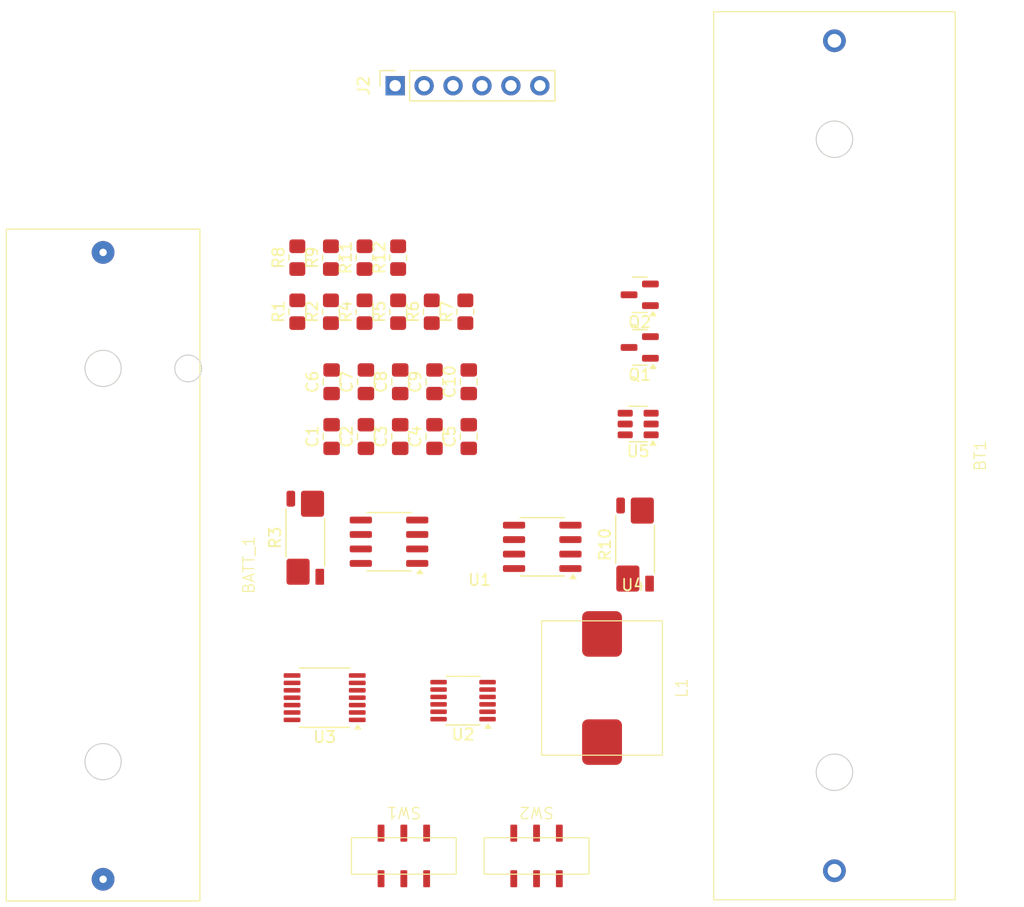
<source format=kicad_pcb>
(kicad_pcb (version 20241229) (generator "pcbnew") (generator_version "9.0")
  (layers (0 "F.Cu" signal) (2 "B.Cu" signal) (13 "F.Paste" user) (15 "B.Paste" user) (5 "F.SilkS" user "F.Silkscreen") (7 "B.SilkS" user "B.Silkscreen") (1 "F.Mask" user) (3 "B.Mask" user) (25 "Edge.Cuts" user))
  (net 0 "")
  (net 1 "+ALK")
  (net 2 "GND")
  (net 3 "LITH")
  (net 4 "Net-(BT1--)")
  (net 5 "V5+")
  (net 6 "Net-(C2-Pad1)")
  (net 7 "Net-(C2-Pad2)")
  (net 8 "Net-(SW1-B)")
  (net 9 "Net-(U2-AUX)")
  (net 10 "Net-(U2-LDO)")
  (net 11 "Net-(C9-Pad1)")
  (net 12 "Net-(C9-Pad2)")
  (net 13 "Net-(U5-VCC)")
  (net 14 "SDA")
  (net 15 "SHDN")
  (net 16 "SCL")
  (net 17 "Net-(U2-SWITCH)")
  (net 18 "Net-(Q1-D)")
  (net 19 "Net-(Q1-G)")
  (net 20 "Net-(Q2-G)")
  (net 21 "Net-(U1-IN+)")
  (net 22 "Net-(U1-IN-)")
  (net 23 "Net-(SW1-A)")
  (net 24 "Net-(U2-FB)")
  (net 25 "Net-(U4-IN+)")
  (net 26 "Net-(U4-IN-)")
  (net 27 "Net-(SW2-B)")
  (net 28 "Net-(U5-CS)")
  (net 29 "MPPC")
  (footprint "Capacitor_SMD:C_0805_2012Metric_Pad1.18x1.45mm_HandSolder" (layer "F.Cu") (at 555.51 411.5025 90)
    (property "Reference" "C6" (at 0 -1.68 90) (layer "F.SilkS"))
    (property "Value" "0.1u")
    (fp_line (start -0.261252 -0.735) (end 0.261252 -0.735) (stroke (width 0.12)) (layer "F.SilkS"))
    (fp_line (start -0.261252 0.735) (end 0.261252 0.735) (stroke (width 0.12)) (layer "F.SilkS"))
    (pad "1" smd roundrect (at -1.0375 0 90) (size 1.175 1.45) (layers "F.Cu" "F.Mask" "F.Paste") (roundrect_rratio 0.212766) (net 5 "V5+"))
    (pad "2" smd roundrect (at 1.0375 0 90) (size 1.175 1.45) (layers "F.Cu" "F.Mask" "F.Paste") (roundrect_rratio 0.212766) (net 2 "GND"))
  )
  (footprint "Resistor_SMD:R_0805_2012Metric_Pad1.20x1.40mm_HandSolder" (layer "F.Cu") (at 552.5 400.6 90)
    (property "Reference" "R8" (at 0 -1.65 90) (layer "F.SilkS"))
    (property "Value" "10")
    (fp_line (start -0.227064 -0.735) (end 0.227064 -0.735) (stroke (width 0.12)) (layer "F.SilkS"))
    (fp_line (start -0.227064 0.735) (end 0.227064 0.735) (stroke (width 0.12)) (layer "F.SilkS"))
    (pad "1" smd roundrect (at -1 0 90) (size 1.2 1.4) (layers "F.Cu" "F.Mask" "F.Paste") (roundrect_rratio 0.208333) (net 25 "Net-(U4-IN+)"))
    (pad "2" smd roundrect (at 1 0 90) (size 1.2 1.4) (layers "F.Cu" "F.Mask" "F.Paste") (roundrect_rratio 0.208333) (net 11 "Net-(C9-Pad1)"))
  )
  (footprint "Package_TO_SOT_SMD:SOT-23-6" (layer "F.Cu") (at 582.42 415.2125 180)
    (property "Reference" "U5" (at 0 -2.4 0) (layer "F.SilkS"))
    (property "Value" "DW01A")
    (fp_line (start 0 1.56) (end 0.8 1.56) (stroke (width 0.12)) (layer "F.SilkS"))
    (fp_line (start 0 1.56) (end -0.8 1.56) (stroke (width 0.12)) (layer "F.SilkS"))
    (fp_line (start 0 -1.56) (end 0.8 -1.56) (stroke (width 0.12)) (layer "F.SilkS"))
    (fp_line (start 0 -1.56) (end -0.8 -1.56) (stroke (width 0.12)) (layer "F.SilkS"))
    (fp_poly (pts (xy -1.3 -1.51) (xy -1.54 -1.84) (xy -1.06 -1.84) (xy -1.3 -1.51)) (stroke (width 0.12)) (fill yes) (layer "F.SilkS"))
    (pad "1" smd roundrect (at -1.1375 -0.95 180) (size 1.325 0.6) (layers "F.Cu" "F.Mask" "F.Paste") (net 20 "Net-(Q2-G)"))
    (pad "2" smd roundrect (at -1.1375 0 180) (size 1.325 0.6) (layers "F.Cu" "F.Mask" "F.Paste") (net 28 "Net-(U5-CS)"))
    (pad "3" smd roundrect (at -1.1375 0.95 180) (size 1.325 0.6) (layers "F.Cu" "F.Mask" "F.Paste") (net 19 "Net-(Q1-G)"))
    (pad "4" smd roundrect (at 1.1375 0.95 180) (size 1.325 0.6) (layers "F.Cu" "F.Mask" "F.Paste"))
    (pad "5" smd roundrect (at 1.1375 0 180) (size 1.325 0.6) (layers "F.Cu" "F.Mask" "F.Paste") (net 13 "Net-(U5-VCC)"))
    (pad "6" smd roundrect (at 1.1375 -0.95 180) (size 1.325 0.6) (layers "F.Cu" "F.Mask" "F.Paste") (net 4 "Net-(BT1--)"))
  )
  (footprint "Resistor_SMD:R_0805_2012Metric_Pad1.20x1.40mm_HandSolder" (layer "F.Cu") (at 564.3 405.35 90)
    (property "Reference" "R6" (at 0 -1.65 90) (layer "F.SilkS"))
    (property "Value" "910k")
    (fp_line (start -0.227064 -0.735) (end 0.227064 -0.735) (stroke (width 0.12)) (layer "F.SilkS"))
    (fp_line (start -0.227064 0.735) (end 0.227064 0.735) (stroke (width 0.12)) (layer "F.SilkS"))
    (pad "1" smd roundrect (at -1 0 90) (size 1.2 1.4) (layers "F.Cu" "F.Mask" "F.Paste") (roundrect_rratio 0.208333) (net 5 "V5+"))
    (pad "2" smd roundrect (at 1 0 90) (size 1.2 1.4) (layers "F.Cu" "F.Mask" "F.Paste") (roundrect_rratio 0.208333) (net 24 "Net-(U2-FB)"))
  )
  (footprint "Resistor_SMD:R_Shunt_Vishay_WSK2512_6332Metric_T1.19mm" (layer "F.Cu") (at 553.2 425.2 90)
    (property "Reference" "R3" (at 0 -2.65 90) (layer "F.SilkS"))
    (property "Value" "0.1R")
    (fp_line (start -1.67 -1.7) (end 2.53 -1.7) (stroke (width 0.12)) (layer "F.SilkS"))
    (fp_line (start -2.5 1.7) (end 1.67 1.7) (stroke (width 0.12)) (layer "F.SilkS"))
    (pad "1" smd roundrect (at -2.985 -0.635 90) (size 2.29 2.03) (layers "F.Cu" "F.Mask" "F.Paste") (roundrect_rratio 0.12) (net 1 "+ALK"))
    (pad "2" smd roundrect (at -3.43 1.27 90) (size 1.4 0.76) (layers "F.Cu" "F.Mask" "F.Paste") (roundrect_rratio 0.12) (net 6 "Net-(C2-Pad1)"))
    (pad "3" smd roundrect (at 3.43 -1.27 90) (size 1.4 0.76) (layers "F.Cu" "F.Mask" "F.Paste") (net 7 "Net-(C2-Pad2)"))
    (pad "4" smd roundrect (at 2.985 0.635 90) (size 2.29 2.03) (layers "F.Cu" "F.Mask" "F.Paste") (roundrect_rratio 0.12) (net 23 "Net-(SW1-A)"))
  )
  (footprint "Resistor_SMD:R_Shunt_Vishay_WSK2512_6332Metric_T1.19mm" (layer "F.Cu") (at 582.15 425.8 90)
    (property "Reference" "R10" (at 0 -2.65 90) (layer "F.SilkS"))
    (property "Value" "0.1R")
    (fp_line (start -1.67 -1.7) (end 2.53 -1.7) (stroke (width 0.12)) (layer "F.SilkS"))
    (fp_line (start -2.5 1.7) (end 1.67 1.7) (stroke (width 0.12)) (layer "F.SilkS"))
    (pad "1" smd roundrect (at -2.985 -0.635 90) (size 2.29 2.03) (layers "F.Cu" "F.Mask" "F.Paste") (roundrect_rratio 0.12) (net 27 "Net-(SW2-B)"))
    (pad "2" smd roundrect (at -3.43 1.27 90) (size 1.4 0.76) (layers "F.Cu" "F.Mask" "F.Paste") (roundrect_rratio 0.12) (net 11 "Net-(C9-Pad1)"))
    (pad "3" smd roundrect (at 3.43 -1.27 90) (size 1.4 0.76) (layers "F.Cu" "F.Mask" "F.Paste") (net 12 "Net-(C9-Pad2)"))
    (pad "4" smd roundrect (at 2.985 0.635 90) (size 2.29 2.03) (layers "F.Cu" "F.Mask" "F.Paste") (roundrect_rratio 0.12) (net 3 "LITH"))
  )
  (footprint "Connector_PinSocket_2.54mm:PinSocket_1x06_P2.54mm_Vertical" (layer "F.Cu") (at 561.09 385.5 90)
    (property "Reference" "J2" (at 0 -2.77 90) (layer "F.SilkS"))
    (property "Value" "Conn_01x06_Socket")
    (fp_line (start 1.33 -1.33) (end 1.33 0) (stroke (width 0.12)) (layer "F.SilkS"))
    (fp_line (start 0 -1.33) (end 1.33 -1.33) (stroke (width 0.12)) (layer "F.SilkS"))
    (fp_line (start 1.33 1.27) (end 1.33 14.03) (stroke (width 0.12)) (layer "F.SilkS"))
    (fp_line (start -1.33 1.27) (end 1.33 1.27) (stroke (width 0.12)) (layer "F.SilkS"))
    (fp_line (start -1.33 1.27) (end -1.33 14.03) (stroke (width 0.12)) (layer "F.SilkS"))
    (fp_line (start -1.33 14.03) (end 1.33 14.03) (stroke (width 0.12)) (layer "F.SilkS"))
    (pad "1" thru_hole rect (at 0 0 90) (size 1.7 1.7) (drill 1) (layers "*.Cu" "*.Mask") (net 5 "V5+"))
    (pad "2" thru_hole oval (at 0 2.54 90) (size 1.7 1.7) (drill 1) (layers "*.Cu" "*.Mask") (net 2 "GND"))
    (pad "3" thru_hole oval (at 0 5.08 90) (size 1.7 1.7) (drill 1) (layers "*.Cu" "*.Mask") (net 14 "SDA"))
    (pad "4" thru_hole oval (at 0 7.62 90) (size 1.7 1.7) (drill 1) (layers "*.Cu" "*.Mask") (net 16 "SCL"))
    (pad "5" thru_hole oval (at 0 10.16 90) (size 1.7 1.7) (drill 1) (layers "*.Cu" "*.Mask") (net 15 "SHDN"))
    (pad "6" thru_hole oval (at 0 12.7 90) (size 1.7 1.7) (drill 1) (layers "*.Cu" "*.Mask") (net 3 "LITH"))
  )
  (footprint "Resistor_SMD:R_0805_2012Metric_Pad1.20x1.40mm_HandSolder" (layer "F.Cu") (at 561.35 400.6 90)
    (property "Reference" "R12" (at 0 -1.65 90) (layer "F.SilkS"))
    (property "Value" "1k")
    (fp_line (start -0.227064 -0.735) (end 0.227064 -0.735) (stroke (width 0.12)) (layer "F.SilkS"))
    (fp_line (start -0.227064 0.735) (end 0.227064 0.735) (stroke (width 0.12)) (layer "F.SilkS"))
    (pad "1" smd roundrect (at -1 0 90) (size 1.2 1.4) (layers "F.Cu" "F.Mask" "F.Paste") (roundrect_rratio 0.208333) (net 2 "GND"))
    (pad "2" smd roundrect (at 1 0 90) (size 1.2 1.4) (layers "F.Cu" "F.Mask" "F.Paste") (roundrect_rratio 0.208333) (net 28 "Net-(U5-CS)"))
  )
  (footprint "Package_TO_SOT_SMD:SOT-23" (layer "F.Cu") (at 582.5575 408.4875 180)
    (property "Reference" "Q1" (at 0 -2.4 0) (layer "F.SilkS"))
    (property "Value" "AO3400A")
    (fp_line (start 0 1.56) (end 0.65 1.56) (stroke (width 0.12)) (layer "F.SilkS"))
    (fp_line (start 0 1.56) (end -0.65 1.56) (stroke (width 0.12)) (layer "F.SilkS"))
    (fp_line (start 0 -1.56) (end 0.65 -1.56) (stroke (width 0.12)) (layer "F.SilkS"))
    (fp_line (start 0 -1.56) (end -0.65 -1.56) (stroke (width 0.12)) (layer "F.SilkS"))
    (fp_poly (pts (xy -1.1625 -1.51) (xy -1.4025 -1.84) (xy -0.9225 -1.84) (xy -1.1625 -1.51)) (stroke (width 0.12)) (fill yes) (layer "F.SilkS"))
    (pad "1" smd roundrect (at -0.9375 -0.95 180) (size 1.475 0.6) (layers "F.Cu" "F.Mask" "F.Paste") (net 19 "Net-(Q1-G)"))
    (pad "2" smd roundrect (at -0.9375 0.95 180) (size 1.475 0.6) (layers "F.Cu" "F.Mask" "F.Paste") (net 2 "GND"))
    (pad "3" smd roundrect (at 0.9375 0 180) (size 1.475 0.6) (layers "F.Cu" "F.Mask" "F.Paste") (net 18 "Net-(Q1-D)"))
  )
  (footprint "Capacitor_SMD:C_0805_2012Metric_Pad1.18x1.45mm_HandSolder" (layer "F.Cu") (at 555.51 416.3125 90)
    (property "Reference" "C1" (at 0 -1.68 90) (layer "F.SilkS"))
    (property "Value" "0.1u")
    (fp_line (start -0.261252 -0.735) (end 0.261252 -0.735) (stroke (width 0.12)) (layer "F.SilkS"))
    (fp_line (start -0.261252 0.735) (end 0.261252 0.735) (stroke (width 0.12)) (layer "F.SilkS"))
    (pad "1" smd roundrect (at -1.0375 0 90) (size 1.175 1.45) (layers "F.Cu" "F.Mask" "F.Paste") (roundrect_rratio 0.212766) (net 5 "V5+"))
    (pad "2" smd roundrect (at 1.0375 0 90) (size 1.175 1.45) (layers "F.Cu" "F.Mask" "F.Paste") (roundrect_rratio 0.212766) (net 2 "GND"))
  )
  (footprint "Resistor_SMD:R_0805_2012Metric_Pad1.20x1.40mm_HandSolder" (layer "F.Cu") (at 558.4 400.6 90)
    (property "Reference" "R11" (at 0 -1.65 90) (layer "F.SilkS"))
    (property "Value" "100")
    (fp_line (start -0.227064 -0.735) (end 0.227064 -0.735) (stroke (width 0.12)) (layer "F.SilkS"))
    (fp_line (start -0.227064 0.735) (end 0.227064 0.735) (stroke (width 0.12)) (layer "F.SilkS"))
    (pad "1" smd roundrect (at -1 0 90) (size 1.2 1.4) (layers "F.Cu" "F.Mask" "F.Paste") (roundrect_rratio 0.208333) (net 13 "Net-(U5-VCC)"))
    (pad "2" smd roundrect (at 1 0 90) (size 1.2 1.4) (layers "F.Cu" "F.Mask" "F.Paste") (roundrect_rratio 0.208333) (net 3 "LITH"))
  )
  (footprint "Capacitor_SMD:C_0805_2012Metric_Pad1.18x1.45mm_HandSolder" (layer "F.Cu") (at 558.52 411.5025 90)
    (property "Reference" "C7" (at 0 -1.68 90) (layer "F.SilkS"))
    (property "Value" "4.7u")
    (fp_line (start -0.261252 -0.735) (end 0.261252 -0.735) (stroke (width 0.12)) (layer "F.SilkS"))
    (fp_line (start -0.261252 0.735) (end 0.261252 0.735) (stroke (width 0.12)) (layer "F.SilkS"))
    (pad "1" smd roundrect (at -1.0375 0 90) (size 1.175 1.45) (layers "F.Cu" "F.Mask" "F.Paste") (roundrect_rratio 0.212766) (net 10 "Net-(U2-LDO)"))
    (pad "2" smd roundrect (at 1.0375 0 90) (size 1.175 1.45) (layers "F.Cu" "F.Mask" "F.Paste") (roundrect_rratio 0.212766) (net 2 "GND"))
  )
  (footprint "Package_TO_SOT_SMD:SOT-23" (layer "F.Cu") (at 582.5575 403.8625 180)
    (property "Reference" "Q2" (at 0 -2.4 0) (layer "F.SilkS"))
    (property "Value" "AO3400A")
    (fp_line (start 0 1.56) (end 0.65 1.56) (stroke (width 0.12)) (layer "F.SilkS"))
    (fp_line (start 0 1.56) (end -0.65 1.56) (stroke (width 0.12)) (layer "F.SilkS"))
    (fp_line (start 0 -1.56) (end 0.65 -1.56) (stroke (width 0.12)) (layer "F.SilkS"))
    (fp_line (start 0 -1.56) (end -0.65 -1.56) (stroke (width 0.12)) (layer "F.SilkS"))
    (fp_poly (pts (xy -1.1625 -1.51) (xy -1.4025 -1.84) (xy -0.9225 -1.84) (xy -1.1625 -1.51)) (stroke (width 0.12)) (fill yes) (layer "F.SilkS"))
    (pad "1" smd roundrect (at -0.9375 -0.95 180) (size 1.475 0.6) (layers "F.Cu" "F.Mask" "F.Paste") (net 20 "Net-(Q2-G)"))
    (pad "2" smd roundrect (at -0.9375 0.95 180) (size 1.475 0.6) (layers "F.Cu" "F.Mask" "F.Paste") (net 4 "Net-(BT1--)"))
    (pad "3" smd roundrect (at 0.9375 0 180) (size 1.475 0.6) (layers "F.Cu" "F.Mask" "F.Paste") (net 18 "Net-(Q1-D)"))
  )
  (footprint "Resistor_SMD:R_0805_2012Metric_Pad1.20x1.40mm_HandSolder" (layer "F.Cu") (at 555.45 400.6 90)
    (property "Reference" "R9" (at 0 -1.65 90) (layer "F.SilkS"))
    (property "Value" "10")
    (fp_line (start -0.227064 -0.735) (end 0.227064 -0.735) (stroke (width 0.12)) (layer "F.SilkS"))
    (fp_line (start -0.227064 0.735) (end 0.227064 0.735) (stroke (width 0.12)) (layer "F.SilkS"))
    (pad "1" smd roundrect (at -1 0 90) (size 1.2 1.4) (layers "F.Cu" "F.Mask" "F.Paste") (roundrect_rratio 0.208333) (net 26 "Net-(U4-IN-)"))
    (pad "2" smd roundrect (at 1 0 90) (size 1.2 1.4) (layers "F.Cu" "F.Mask" "F.Paste") (roundrect_rratio 0.208333) (net 12 "Net-(C9-Pad2)"))
  )
  (footprint "Package_SO:SOIC-8_3.9x4.9mm_P1.27mm" (layer "F.Cu") (at 574 426 180)
    (property "Reference" "U4" (at -7.95 -3.35 0) (layer "F.SilkS"))
    (property "Value" "INA219AxD")
    (fp_line (start 0 2.56) (end 1.95 2.56) (stroke (width 0.12)) (layer "F.SilkS"))
    (fp_line (start 0 2.56) (end -1.95 2.56) (stroke (width 0.12)) (layer "F.SilkS"))
    (fp_line (start 0 -2.56) (end 1.95 -2.56) (stroke (width 0.12)) (layer "F.SilkS"))
    (fp_line (start 0 -2.56) (end -1.95 -2.56) (stroke (width 0.12)) (layer "F.SilkS"))
    (fp_poly (pts (xy -2.7 -2.465) (xy -2.94 -2.795) (xy -2.46 -2.795) (xy -2.7 -2.465)) (stroke (width 0.12)) (fill yes) (layer "F.SilkS"))
    (pad "1" smd roundrect (at -2.475 -1.905 180) (size 1.95 0.6) (layers "F.Cu" "F.Mask" "F.Paste") (net 2 "GND"))
    (pad "2" smd roundrect (at -2.475 -0.635 180) (size 1.95 0.6) (layers "F.Cu" "F.Mask" "F.Paste") (net 5 "V5+"))
    (pad "3" smd roundrect (at -2.475 0.635 180) (size 1.95 0.6) (layers "F.Cu" "F.Mask" "F.Paste") (net 14 "SDA"))
    (pad "4" smd roundrect (at -2.475 1.905 180) (size 1.95 0.6) (layers "F.Cu" "F.Mask" "F.Paste") (net 16 "SCL"))
    (pad "5" smd roundrect (at 2.475 1.905 180) (size 1.95 0.6) (layers "F.Cu" "F.Mask" "F.Paste") (net 5 "V5+"))
    (pad "6" smd roundrect (at 2.475 0.635 180) (size 1.95 0.6) (layers "F.Cu" "F.Mask" "F.Paste") (net 2 "GND"))
    (pad "7" smd roundrect (at 2.475 -0.635 180) (size 1.95 0.6) (layers "F.Cu" "F.Mask" "F.Paste") (net 26 "Net-(U4-IN-)"))
    (pad "8" smd roundrect (at 2.475 -1.905 180) (size 1.95 0.6) (layers "F.Cu" "F.Mask" "F.Paste") (net 25 "Net-(U4-IN+)"))
  )
  (footprint "Joule Thief-Library:18650_Cell_Clip" (layer "F.Cu") (at 599.65 418 90)
    (property "Reference" "BT1" (at 0 12.8 90) (layer "F.SilkS") (effects (font (thickness 0.1))))
    (property "Value" "Battery_Cell")
    (fp_rect (start -39 -10.6) (end 39 10.6) (stroke (width 0.1)) (fill no) (layer "F.SilkS"))
    (fp_circle (center 27.8 0) (end 29.4 0) (stroke (width 0.1)) (fill no) (layer "Edge.Cuts"))
    (fp_circle (center -27.8 0) (end -26.2 0) (stroke (width 0.1)) (fill no) (layer "Edge.Cuts"))
    (pad "1" thru_hole circle (at 36.45 0 90) (size 2 2) (drill 1.2) (layers "*.Cu" "*.Mask") (net 3 "LITH"))
    (pad "2" thru_hole circle (at -36.45 0 90) (size 2 2) (drill 1.2) (layers "*.Cu" "*.Mask") (net 4 "Net-(BT1--)"))
  )
  (footprint "Resistor_SMD:R_0805_2012Metric_Pad1.20x1.40mm_HandSolder" (layer "F.Cu") (at 561.35 405.35 90)
    (property "Reference" "R5" (at 0 -1.65 90) (layer "F.SilkS"))
    (property "Value" "4.7k")
    (fp_line (start -0.227064 -0.735) (end 0.227064 -0.735) (stroke (width 0.12)) (layer "F.SilkS"))
    (fp_line (start -0.227064 0.735) (end 0.227064 0.735) (stroke (width 0.12)) (layer "F.SilkS"))
    (pad "1" smd roundrect (at -1 0 90) (size 1.2 1.4) (layers "F.Cu" "F.Mask" "F.Paste") (roundrect_rratio 0.208333) (net 5 "V5+"))
    (pad "2" smd roundrect (at 1 0 90) (size 1.2 1.4) (layers "F.Cu" "F.Mask" "F.Paste") (roundrect_rratio 0.208333) (net 14 "SDA"))
  )
  (footprint "Resistor_SMD:R_0805_2012Metric_Pad1.20x1.40mm_HandSolder" (layer "F.Cu") (at 552.5 405.35 90)
    (property "Reference" "R1" (at 0 -1.65 90) (layer "F.SilkS"))
    (property "Value" "10")
    (fp_line (start -0.227064 -0.735) (end 0.227064 -0.735) (stroke (width 0.12)) (layer "F.SilkS"))
    (fp_line (start -0.227064 0.735) (end 0.227064 0.735) (stroke (width 0.12)) (layer "F.SilkS"))
    (pad "1" smd roundrect (at -1 0 90) (size 1.2 1.4) (layers "F.Cu" "F.Mask" "F.Paste") (roundrect_rratio 0.208333) (net 21 "Net-(U1-IN+)"))
    (pad "2" smd roundrect (at 1 0 90) (size 1.2 1.4) (layers "F.Cu" "F.Mask" "F.Paste") (roundrect_rratio 0.208333) (net 6 "Net-(C2-Pad1)"))
  )
  (footprint "Package_SO:MSOP-12_3x4.039mm_P0.65mm" (layer "F.Cu") (at 567.05 439.51 180)
    (property "Reference" "U2" (at 0 -2.97 0) (layer "F.SilkS"))
    (property "Value" "LTC3105xMS")
    (fp_line (start 0 2.1295) (end 1.5 2.1295) (stroke (width 0.12)) (layer "F.SilkS"))
    (fp_line (start 0 2.1295) (end -1.5 2.1295) (stroke (width 0.12)) (layer "F.SilkS"))
    (fp_line (start 0 -2.1295) (end 1.5 -2.1295) (stroke (width 0.12)) (layer "F.SilkS"))
    (fp_line (start 0 -2.1295) (end -1.5 -2.1295) (stroke (width 0.12)) (layer "F.SilkS"))
    (fp_poly (pts (xy -2.1875 -2.085) (xy -2.4275 -2.415) (xy -1.9475 -2.415) (xy -2.1875 -2.085)) (stroke (width 0.12)) (fill yes) (layer "F.SilkS"))
    (pad "1" smd roundrect (at -2.15 -1.625 180) (size 1.45 0.4) (layers "F.Cu" "F.Mask" "F.Paste") (net 24 "Net-(U2-FB)"))
    (pad "2" smd roundrect (at -2.15 -0.975 180) (size 1.45 0.4) (layers "F.Cu" "F.Mask" "F.Paste") (net 10 "Net-(U2-LDO)"))
    (pad "3" smd roundrect (at -2.15 -0.325 180) (size 1.45 0.4) (layers "F.Cu" "F.Mask" "F.Paste") (net 2 "GND"))
    (pad "4" smd roundrect (at -2.15 0.325 180) (size 1.45 0.4) (layers "F.Cu" "F.Mask" "F.Paste") (net 15 "SHDN"))
    (pad "5" smd roundrect (at -2.15 0.975 180) (size 1.45 0.4) (layers "F.Cu" "F.Mask" "F.Paste") (net 29 "MPPC"))
    (pad "6" smd roundrect (at -2.15 1.625 180) (size 1.45 0.4) (layers "F.Cu" "F.Mask" "F.Paste") (net 2 "GND"))
    (pad "7" smd roundrect (at 2.15 1.625 180) (size 1.45 0.4) (layers "F.Cu" "F.Mask" "F.Paste") (net 2 "GND"))
    (pad "8" smd roundrect (at 2.15 0.975 180) (size 1.45 0.4) (layers "F.Cu" "F.Mask" "F.Paste") (net 8 "Net-(SW1-B)"))
    (pad "9" smd roundrect (at 2.15 0.325 180) (size 1.45 0.4) (layers "F.Cu" "F.Mask" "F.Paste") (net 17 "Net-(U2-SWITCH)"))
    (pad "10" smd roundrect (at 2.15 -0.325 180) (size 1.45 0.4) (layers "F.Cu" "F.Mask" "F.Paste"))
    (pad "11" smd roundrect (at 2.15 -0.975 180) (size 1.45 0.4) (layers "F.Cu" "F.Mask" "F.Paste") (net 5 "V5+"))
    (pad "12" smd roundrect (at 2.15 -1.625 180) (size 1.45 0.4) (layers "F.Cu" "F.Mask" "F.Paste") (net 9 "Net-(U2-AUX)"))
  )
  (footprint "Joule Thief-Library:SMD_DPST_Switch" (layer "F.Cu") (at 573.5 453.15 180)
    (property "Reference" "SW2" (at 0 3.8 180) (layer "F.SilkS") (effects (font (thickness 0.1))))
    (property "Value" "SW_SPST")
    (fp_rect (start -4.6 -1.6) (end 4.6 1.6) (stroke (width 0.1)) (fill no) (layer "F.SilkS"))
    (pad "1" smd roundrect (at -2 2 270) (size 1.5 0.6) (layers "F.Cu" "F.Mask" "F.Paste") (roundrect_rratio 0.15) (net 5 "V5+"))
    (pad "2" smd roundrect (at 0 2 270) (size 1.5 0.6) (layers "F.Cu" "F.Mask" "F.Paste") (roundrect_rratio 0.15) (net 27 "Net-(SW2-B)"))
    (pad "3" smd roundrect (at 2 2 270) (size 1.5 0.6) (layers "F.Cu" "F.Mask" "F.Paste") (roundrect_rratio 0.15))
    (pad "4" smd roundrect (at -2 -2 270) (size 1.5 0.6) (layers "F.Cu" "F.Mask" "F.Paste") (roundrect_rratio 0.15))
    (pad "5" smd roundrect (at 0 -2 270) (size 1.5 0.6) (layers "F.Cu" "F.Mask" "F.Paste") (roundrect_rratio 0.15))
    (pad "6" smd roundrect (at 2 -2 270) (size 1.5 0.6) (layers "F.Cu" "F.Mask" "F.Paste") (roundrect_rratio 0.15))
  )
  (footprint "Package_SO:TSSOP-14_4.4x5mm_P0.65mm" (layer "F.Cu") (at 554.9 439.25 180)
    (property "Reference" "U3" (at 0 -3.45 0) (layer "F.SilkS"))
    (property "Value" "AD5280")
    (fp_line (start 0 2.61) (end 2.2 2.61) (stroke (width 0.12)) (layer "F.SilkS"))
    (fp_line (start 0 2.61) (end -2.2 2.61) (stroke (width 0.12)) (layer "F.SilkS"))
    (fp_line (start 0 -2.61) (end 2.2 -2.61) (stroke (width 0.12)) (layer "F.SilkS"))
    (fp_line (start 0 -2.61) (end -2.2 -2.61) (stroke (width 0.12)) (layer "F.SilkS"))
    (fp_poly (pts (xy -2.9 -2.41) (xy -3.14 -2.74) (xy -2.66 -2.74) (xy -2.9 -2.41)) (stroke (width 0.12)) (fill yes) (layer "F.SilkS"))
    (pad "1" smd roundrect (at -2.8625 -1.95 180) (size 1.475 0.4) (layers "F.Cu" "F.Mask" "F.Paste") (net 29 "MPPC"))
    (pad "2" smd roundrect (at -2.8625 -1.3 180) (size 1.475 0.4) (layers "F.Cu" "F.Mask" "F.Paste") (net 29 "MPPC"))
    (pad "3" smd roundrect (at -2.8625 -0.65 180) (size 1.475 0.4) (layers "F.Cu" "F.Mask" "F.Paste") (net 2 "GND"))
    (pad "4" smd roundrect (at -2.8625 0 180) (size 1.475 0.4) (layers "F.Cu" "F.Mask" "F.Paste") (net 5 "V5+"))
    (pad "5" smd roundrect (at -2.8625 0.65 180) (size 1.475 0.4) (layers "F.Cu" "F.Mask" "F.Paste"))
    (pad "6" smd roundrect (at -2.8625 1.3 180) (size 1.475 0.4) (layers "F.Cu" "F.Mask" "F.Paste") (net 16 "SCL"))
    (pad "7" smd roundrect (at -2.8625 1.95 180) (size 1.475 0.4) (layers "F.Cu" "F.Mask" "F.Paste") (net 14 "SDA"))
    (pad "8" smd roundrect (at 2.8625 1.95 180) (size 1.475 0.4) (layers "F.Cu" "F.Mask" "F.Paste") (net 2 "GND"))
    (pad "9" smd roundrect (at 2.8625 1.3 180) (size 1.475 0.4) (layers "F.Cu" "F.Mask" "F.Paste") (net 2 "GND"))
    (pad "10" smd roundrect (at 2.8625 0.65 180) (size 1.475 0.4) (layers "F.Cu" "F.Mask" "F.Paste") (net 2 "GND"))
    (pad "11" smd roundrect (at 2.8625 0 180) (size 1.475 0.4) (layers "F.Cu" "F.Mask" "F.Paste") (net 2 "GND"))
    (pad "12" smd roundrect (at 2.8625 -0.65 180) (size 1.475 0.4) (layers "F.Cu" "F.Mask" "F.Paste"))
    (pad "13" smd roundrect (at 2.8625 -1.3 180) (size 1.475 0.4) (layers "F.Cu" "F.Mask" "F.Paste") (net 5 "V5+"))
    (pad "14" smd roundrect (at 2.8625 -1.95 180) (size 1.475 0.4) (layers "F.Cu" "F.Mask" "F.Paste"))
  )
  (footprint "Capacitor_SMD:C_0805_2012Metric_Pad1.18x1.45mm_HandSolder" (layer "F.Cu") (at 564.54 411.5025 90)
    (property "Reference" "C9" (at 0 -1.68 90) (layer "F.SilkS"))
    (property "Value" "0.1u")
    (fp_line (start -0.261252 -0.735) (end 0.261252 -0.735) (stroke (width 0.12)) (layer "F.SilkS"))
    (fp_line (start -0.261252 0.735) (end 0.261252 0.735) (stroke (width 0.12)) (layer "F.SilkS"))
    (pad "1" smd roundrect (at -1.0375 0 90) (size 1.175 1.45) (layers "F.Cu" "F.Mask" "F.Paste") (roundrect_rratio 0.212766) (net 11 "Net-(C9-Pad1)"))
    (pad "2" smd roundrect (at 1.0375 0 90) (size 1.175 1.45) (layers "F.Cu" "F.Mask" "F.Paste") (roundrect_rratio 0.212766) (net 12 "Net-(C9-Pad2)"))
  )
  (footprint "Capacitor_SMD:C_0805_2012Metric_Pad1.18x1.45mm_HandSolder" (layer "F.Cu") (at 564.54 416.3125 90)
    (property "Reference" "C4" (at 0 -1.68 90) (layer "F.SilkS"))
    (property "Value" "10u")
    (fp_line (start -0.261252 -0.735) (end 0.261252 -0.735) (stroke (width 0.12)) (layer "F.SilkS"))
    (fp_line (start -0.261252 0.735) (end 0.261252 0.735) (stroke (width 0.12)) (layer "F.SilkS"))
    (pad "1" smd roundrect (at -1.0375 0 90) (size 1.175 1.45) (layers "F.Cu" "F.Mask" "F.Paste") (roundrect_rratio 0.212766) (net 8 "Net-(SW1-B)"))
    (pad "2" smd roundrect (at 1.0375 0 90) (size 1.175 1.45) (layers "F.Cu" "F.Mask" "F.Paste") (roundrect_rratio 0.212766) (net 2 "GND"))
  )
  (footprint "Resistor_SMD:R_0805_2012Metric_Pad1.20x1.40mm_HandSolder" (layer "F.Cu") (at 558.4 405.35 90)
    (property "Reference" "R4" (at 0 -1.65 90) (layer "F.SilkS"))
    (property "Value" "4.7k")
    (fp_line (start -0.227064 -0.735) (end 0.227064 -0.735) (stroke (width 0.12)) (layer "F.SilkS"))
    (fp_line (start -0.227064 0.735) (end 0.227064 0.735) (stroke (width 0.12)) (layer "F.SilkS"))
    (pad "1" smd roundrect (at -1 0 90) (size 1.2 1.4) (layers "F.Cu" "F.Mask" "F.Paste") (roundrect_rratio 0.208333) (net 5 "V5+"))
    (pad "2" smd roundrect (at 1 0 90) (size 1.2 1.4) (layers "F.Cu" "F.Mask" "F.Paste") (roundrect_rratio 0.208333) (net 16 "SCL"))
  )
  (footprint "Joule Thief-Library:Power_Inductor_101040" (layer "F.Cu") (at 579.25 438.4 90)
    (property "Reference" "L1" (at 0 7 90) (layer "F.SilkS") (effects (font (thickness 0.1))))
    (property "Value" "10u")
    (fp_rect (start -5.9 -5.3) (end 5.9 5.3) (stroke (width 0.1)) (fill no) (layer "F.SilkS"))
    (pad "1" smd roundrect (at -4.75 0 180) (size 3.5 4) (layers "F.Cu" "F.Mask" "F.Paste") (roundrect_rratio 0.15) (net 8 "Net-(SW1-B)"))
    (pad "2" smd roundrect (at 4.75 0 180) (size 3.5 4) (layers "F.Cu" "F.Mask" "F.Paste") (roundrect_rratio 0.15) (net 17 "Net-(U2-SWITCH)"))
  )
  (footprint "Resistor_SMD:R_0805_2012Metric_Pad1.20x1.40mm_HandSolder" (layer "F.Cu") (at 555.45 405.35 90)
    (property "Reference" "R2" (at 0 -1.65 90) (layer "F.SilkS"))
    (property "Value" "10")
    (fp_line (start -0.227064 -0.735) (end 0.227064 -0.735) (stroke (width 0.12)) (layer "F.SilkS"))
    (fp_line (start -0.227064 0.735) (end 0.227064 0.735) (stroke (width 0.12)) (layer "F.SilkS"))
    (pad "1" smd roundrect (at -1 0 90) (size 1.2 1.4) (layers "F.Cu" "F.Mask" "F.Paste") (roundrect_rratio 0.208333) (net 22 "Net-(U1-IN-)"))
    (pad "2" smd roundrect (at 1 0 90) (size 1.2 1.4) (layers "F.Cu" "F.Mask" "F.Paste") (roundrect_rratio 0.208333) (net 7 "Net-(C2-Pad2)"))
  )
  (footprint "Capacitor_SMD:C_0805_2012Metric_Pad1.18x1.45mm_HandSolder" (layer "F.Cu") (at 558.52 416.3125 90)
    (property "Reference" "C2" (at 0 -1.68 90) (layer "F.SilkS"))
    (property "Value" "0.1u")
    (fp_line (start -0.261252 -0.735) (end 0.261252 -0.735) (stroke (width 0.12)) (layer "F.SilkS"))
    (fp_line (start -0.261252 0.735) (end 0.261252 0.735) (stroke (width 0.12)) (layer "F.SilkS"))
    (pad "1" smd roundrect (at -1.0375 0 90) (size 1.175 1.45) (layers "F.Cu" "F.Mask" "F.Paste") (roundrect_rratio 0.212766) (net 6 "Net-(C2-Pad1)"))
    (pad "2" smd roundrect (at 1.0375 0 90) (size 1.175 1.45) (layers "F.Cu" "F.Mask" "F.Paste") (roundrect_rratio 0.212766) (net 7 "Net-(C2-Pad2)"))
  )
  (footprint "Capacitor_SMD:C_0805_2012Metric_Pad1.18x1.45mm_HandSolder" (layer "F.Cu") (at 561.53 416.3125 90)
    (property "Reference" "C3" (at 0 -1.68 90) (layer "F.SilkS"))
    (property "Value" "100u")
    (fp_line (start -0.261252 -0.735) (end 0.261252 -0.735) (stroke (width 0.12)) (layer "F.SilkS"))
    (fp_line (start -0.261252 0.735) (end 0.261252 0.735) (stroke (width 0.12)) (layer "F.SilkS"))
    (pad "1" smd roundrect (at -1.0375 0 90) (size 1.175 1.45) (layers "F.Cu" "F.Mask" "F.Paste") (roundrect_rratio 0.212766) (net 2 "GND"))
    (pad "2" smd roundrect (at 1.0375 0 90) (size 1.175 1.45) (layers "F.Cu" "F.Mask" "F.Paste") (roundrect_rratio 0.212766) (net 5 "V5+"))
  )
  (footprint "Capacitor_SMD:C_0805_2012Metric_Pad1.18x1.45mm_HandSolder" (layer "F.Cu") (at 567.55 416.3125 90)
    (property "Reference" "C5" (at 0 -1.68 90) (layer "F.SilkS"))
    (property "Value" "1u")
    (fp_line (start -0.261252 -0.735) (end 0.261252 -0.735) (stroke (width 0.12)) (layer "F.SilkS"))
    (fp_line (start -0.261252 0.735) (end 0.261252 0.735) (stroke (width 0.12)) (layer "F.SilkS"))
    (pad "1" smd roundrect (at -1.0375 0 90) (size 1.175 1.45) (layers "F.Cu" "F.Mask" "F.Paste") (roundrect_rratio 0.212766) (net 9 "Net-(U2-AUX)"))
    (pad "2" smd roundrect (at 1.0375 0 90) (size 1.175 1.45) (layers "F.Cu" "F.Mask" "F.Paste") (roundrect_rratio 0.212766) (net 2 "GND"))
  )
  (footprint "Joule Thief-Library:AA_Cell_Clip" (layer "F.Cu") (at 535.45 427.6 90)
    (property "Reference" "BATT_1" (at 0 12.8 90) (layer "F.SilkS") (effects (font (thickness 0.1))))
    (property "Value" "Alkaline AA")
    (fp_rect (start -29.5 -8.5) (end 29.5 8.5) (stroke (width 0.1)) (fill no) (layer "F.SilkS"))
    (fp_circle (center 17.27 0) (end 18.86 0) (stroke (width 0.1)) (fill no) (layer "Edge.Cuts"))
    (fp_circle (center -17.27 0) (end -15.68 0) (stroke (width 0.1)) (fill no) (layer "Edge.Cuts"))
    (fp_circle (center 17.27 7.47) (end 18.45 7.47) (stroke (width 0.1)) (fill no) (layer "Edge.Cuts"))
    (pad "1" thru_hole circle (at 27.46 0 90) (size 2 2) (drill 0.65) (layers "*.Cu" "*.Mask") (net 1 "+ALK"))
    (pad "2" thru_hole circle (at -27.6 0 90) (size 2 2) (drill 0.65) (layers "*.Cu" "*.Mask") (net 2 "GND"))
  )
  (footprint "Capacitor_SMD:C_0805_2012Metric_Pad1.18x1.45mm_HandSolder" (layer "F.Cu") (at 561.53 411.5025 90)
    (property "Reference" "C8" (at 0 -1.68 90) (layer "F.SilkS"))
    (property "Value" "0.1u")
    (fp_line (start -0.261252 -0.735) (end 0.261252 -0.735) (stroke (width 0.12)) (layer "F.SilkS"))
    (fp_line (start -0.261252 0.735) (end 0.261252 0.735) (stroke (width 0.12)) (layer "F.SilkS"))
    (pad "1" smd roundrect (at -1.0375 0 90) (size 1.175 1.45) (layers "F.Cu" "F.Mask" "F.Paste") (roundrect_rratio 0.212766) (net 5 "V5+"))
    (pad "2" smd roundrect (at 1.0375 0 90) (size 1.175 1.45) (layers "F.Cu" "F.Mask" "F.Paste") (roundrect_rratio 0.212766) (net 2 "GND"))
  )
  (footprint "Joule Thief-Library:SMD_DPST_Switch" (layer "F.Cu") (at 561.85 453.15 180)
    (property "Reference" "SW1" (at 0 3.8 180) (layer "F.SilkS") (effects (font (thickness 0.1))))
    (property "Value" "SW_SPST")
    (fp_rect (start -4.6 -1.6) (end 4.6 1.6) (stroke (width 0.1)) (fill no) (layer "F.SilkS"))
    (pad "1" smd roundrect (at -2 2 270) (size 1.5 0.6) (layers "F.Cu" "F.Mask" "F.Paste") (roundrect_rratio 0.15) (net 23 "Net-(SW1-A)"))
    (pad "2" smd roundrect (at 0 2 270) (size 1.5 0.6) (layers "F.Cu" "F.Mask" "F.Paste") (roundrect_rratio 0.15) (net 8 "Net-(SW1-B)"))
    (pad "3" smd roundrect (at 2 2 270) (size 1.5 0.6) (layers "F.Cu" "F.Mask" "F.Paste") (roundrect_rratio 0.15))
    (pad "4" smd roundrect (at -2 -2 270) (size 1.5 0.6) (layers "F.Cu" "F.Mask" "F.Paste") (roundrect_rratio 0.15))
    (pad "5" smd roundrect (at 0 -2 270) (size 1.5 0.6) (layers "F.Cu" "F.Mask" "F.Paste") (roundrect_rratio 0.15))
    (pad "6" smd roundrect (at 2 -2 270) (size 1.5 0.6) (layers "F.Cu" "F.Mask" "F.Paste") (roundrect_rratio 0.15))
  )
  (footprint "Package_SO:SOIC-8_3.9x4.9mm_P1.27mm" (layer "F.Cu") (at 560.55 425.55 180)
    (property "Reference" "U1" (at -7.95 -3.35 0) (layer "F.SilkS"))
    (property "Value" "INA219AxD")
    (fp_line (start 0 2.56) (end 1.95 2.56) (stroke (width 0.12)) (layer "F.SilkS"))
    (fp_line (start 0 2.56) (end -1.95 2.56) (stroke (width 0.12)) (layer "F.SilkS"))
    (fp_line (start 0 -2.56) (end 1.95 -2.56) (stroke (width 0.12)) (layer "F.SilkS"))
    (fp_line (start 0 -2.56) (end -1.95 -2.56) (stroke (width 0.12)) (layer "F.SilkS"))
    (fp_poly (pts (xy -2.7 -2.465) (xy -2.94 -2.795) (xy -2.46 -2.795) (xy -2.7 -2.465)) (stroke (width 0.12)) (fill yes) (layer "F.SilkS"))
    (pad "1" smd roundrect (at -2.475 -1.905 180) (size 1.95 0.6) (layers "F.Cu" "F.Mask" "F.Paste") (net 2 "GND"))
    (pad "2" smd roundrect (at -2.475 -0.635 180) (size 1.95 0.6) (layers "F.Cu" "F.Mask" "F.Paste") (net 2 "GND"))
    (pad "3" smd roundrect (at -2.475 0.635 180) (size 1.95 0.6) (layers "F.Cu" "F.Mask" "F.Paste") (net 14 "SDA"))
    (pad "4" smd roundrect (at -2.475 1.905 180) (size 1.95 0.6) (layers "F.Cu" "F.Mask" "F.Paste") (net 16 "SCL"))
    (pad "5" smd roundrect (at 2.475 1.905 180) (size 1.95 0.6) (layers "F.Cu" "F.Mask" "F.Paste") (net 5 "V5+"))
    (pad "6" smd roundrect (at 2.475 0.635 180) (size 1.95 0.6) (layers "F.Cu" "F.Mask" "F.Paste") (net 2 "GND"))
    (pad "7" smd roundrect (at 2.475 -0.635 180) (size 1.95 0.6) (layers "F.Cu" "F.Mask" "F.Paste") (net 22 "Net-(U1-IN-)"))
    (pad "8" smd roundrect (at 2.475 -1.905 180) (size 1.95 0.6) (layers "F.Cu" "F.Mask" "F.Paste") (net 21 "Net-(U1-IN+)"))
  )
  (footprint "Capacitor_SMD:C_0805_2012Metric_Pad1.18x1.45mm_HandSolder" (layer "F.Cu") (at 567.55 411.5025 90)
    (property "Reference" "C10" (at 0 -1.68 90) (layer "F.SilkS"))
    (property "Value" "0.1u")
    (fp_line (start -0.261252 -0.735) (end 0.261252 -0.735) (stroke (width 0.12)) (layer "F.SilkS"))
    (fp_line (start -0.261252 0.735) (end 0.261252 0.735) (stroke (width 0.12)) (layer "F.SilkS"))
    (pad "1" smd roundrect (at -1.0375 0 90) (size 1.175 1.45) (layers "F.Cu" "F.Mask" "F.Paste") (roundrect_rratio 0.212766) (net 13 "Net-(U5-VCC)"))
    (pad "2" smd roundrect (at 1.0375 0 90) (size 1.175 1.45) (layers "F.Cu" "F.Mask" "F.Paste") (roundrect_rratio 0.212766) (net 4 "Net-(BT1--)"))
  )
  (footprint "Resistor_SMD:R_0805_2012Metric_Pad1.20x1.40mm_HandSolder" (layer "F.Cu") (at 567.25 405.35 90)
    (property "Reference" "R7" (at 0 -1.65 90) (layer "F.SilkS"))
    (property "Value" "220k")
    (fp_line (start -0.227064 -0.735) (end 0.227064 -0.735) (stroke (width 0.12)) (layer "F.SilkS"))
    (fp_line (start -0.227064 0.735) (end 0.227064 0.735) (stroke (width 0.12)) (layer "F.SilkS"))
    (pad "1" smd roundrect (at -1 0 90) (size 1.2 1.4) (layers "F.Cu" "F.Mask" "F.Paste") (roundrect_rratio 0.208333) (net 24 "Net-(U2-FB)"))
    (pad "2" smd roundrect (at 1 0 90) (size 1.2 1.4) (layers "F.Cu" "F.Mask" "F.Paste") (roundrect_rratio 0.208333) (net 2 "GND"))
  )
)
</source>
